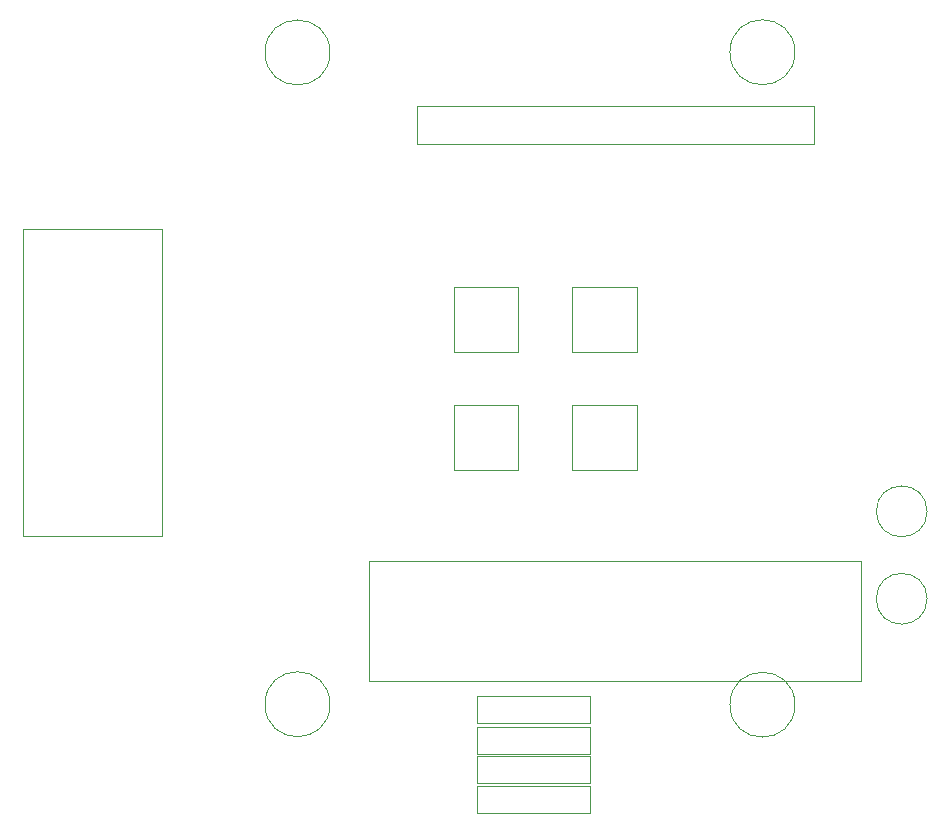
<source format=gbr>
G04 #@! TF.FileFunction,Other,User*
%FSLAX46Y46*%
G04 Gerber Fmt 4.6, Leading zero omitted, Abs format (unit mm)*
G04 Created by KiCad (PCBNEW 4.0.5-e0-6337~49~ubuntu16.04.1) date Thu Jan 26 21:30:25 2017*
%MOMM*%
%LPD*%
G01*
G04 APERTURE LIST*
%ADD10C,0.100000*%
%ADD11C,0.050000*%
G04 APERTURE END LIST*
D10*
D11*
X180950000Y-123037600D02*
G75*
G03X180950000Y-123037600I-2750000J0D01*
G01*
X180950000Y-67800000D02*
G75*
G03X180950000Y-67800000I-2750000J0D01*
G01*
X144876900Y-110901000D02*
X186516900Y-110901000D01*
X186516900Y-110901000D02*
X186516900Y-121001000D01*
X186516900Y-121001000D02*
X144876900Y-121001000D01*
X144876900Y-121001000D02*
X144876900Y-110901000D01*
X141586400Y-67818000D02*
G75*
G03X141586400Y-67818000I-2750000J0D01*
G01*
X141586400Y-123000000D02*
G75*
G03X141586400Y-123000000I-2750000J0D01*
G01*
X154051200Y-122297200D02*
X154051200Y-124597200D01*
X154051200Y-124597200D02*
X163601200Y-124597200D01*
X163601200Y-124597200D02*
X163601200Y-122297200D01*
X163601200Y-122297200D02*
X154051200Y-122297200D01*
X154051200Y-124897200D02*
X154051200Y-127197200D01*
X154051200Y-127197200D02*
X163601200Y-127197200D01*
X163601200Y-127197200D02*
X163601200Y-124897200D01*
X163601200Y-124897200D02*
X154051200Y-124897200D01*
X154051200Y-129897200D02*
X154051200Y-132197200D01*
X154051200Y-132197200D02*
X163601200Y-132197200D01*
X163601200Y-132197200D02*
X163601200Y-129897200D01*
X163601200Y-129897200D02*
X154051200Y-129897200D01*
X154051200Y-127397200D02*
X154051200Y-129697200D01*
X154051200Y-129697200D02*
X163601200Y-129697200D01*
X163601200Y-129697200D02*
X163601200Y-127397200D01*
X163601200Y-127397200D02*
X154051200Y-127397200D01*
X152093200Y-87640000D02*
X152093200Y-93140000D01*
X152093200Y-93140000D02*
X157543200Y-93140000D01*
X157543200Y-93140000D02*
X157543200Y-87640000D01*
X157543200Y-87640000D02*
X152093200Y-87640000D01*
X162093200Y-87640000D02*
X162093200Y-93140000D01*
X162093200Y-93140000D02*
X167543200Y-93140000D01*
X167543200Y-93140000D02*
X167543200Y-87640000D01*
X167543200Y-87640000D02*
X162093200Y-87640000D01*
X162093200Y-97640000D02*
X162093200Y-103140000D01*
X162093200Y-103140000D02*
X167543200Y-103140000D01*
X167543200Y-103140000D02*
X167543200Y-97640000D01*
X167543200Y-97640000D02*
X162093200Y-97640000D01*
X152093200Y-97640000D02*
X152093200Y-103140000D01*
X152093200Y-103140000D02*
X157543200Y-103140000D01*
X157543200Y-103140000D02*
X157543200Y-97640000D01*
X157543200Y-97640000D02*
X152093200Y-97640000D01*
X127390000Y-108770000D02*
X127390000Y-82770000D01*
X127390000Y-82770000D02*
X115590000Y-82770000D01*
X115590000Y-82770000D02*
X115590000Y-108770000D01*
X115590000Y-108770000D02*
X127390000Y-108770000D01*
X182540000Y-72370000D02*
X148940000Y-72370000D01*
X148940000Y-72370000D02*
X148940000Y-75570000D01*
X148940000Y-75570000D02*
X182540000Y-75570000D01*
X182540000Y-75570000D02*
X182540000Y-72370000D01*
X192140000Y-114070000D02*
G75*
G03X192140000Y-114070000I-2150000J0D01*
G01*
X192140000Y-106670000D02*
G75*
G03X192140000Y-106670000I-2150000J0D01*
G01*
M02*

</source>
